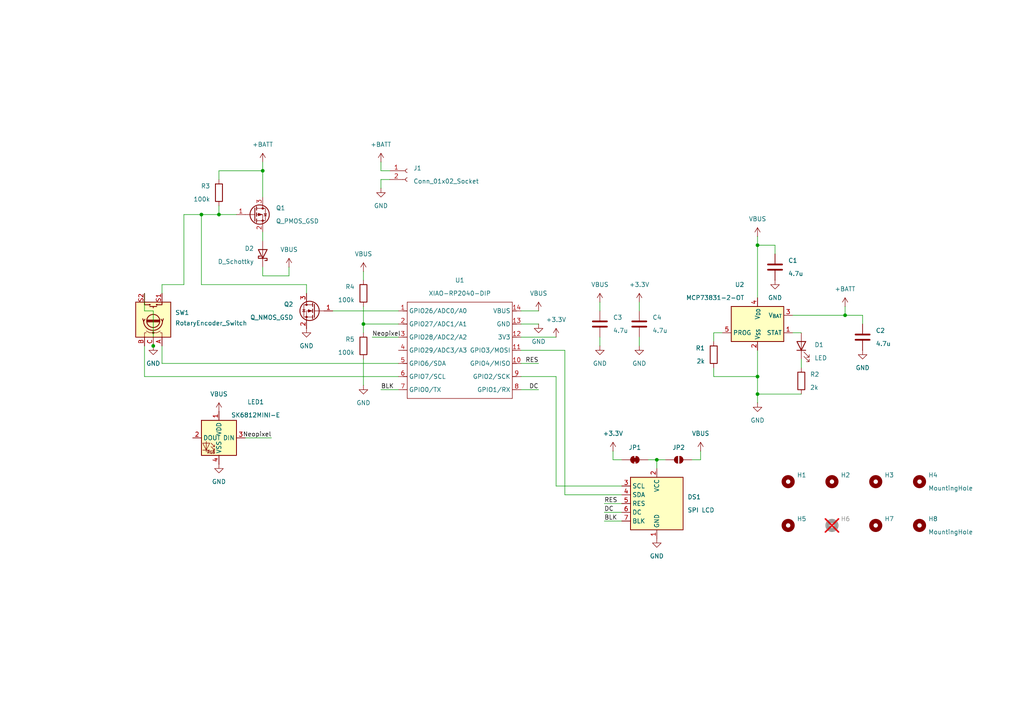
<source format=kicad_sch>
(kicad_sch (version 20250114) (generator "eeschema") (generator_version "9.0")
  (paper "A4")
  (lib_symbols
    (symbol "Battery_Management:MCP73831-2-OT"
      (property "Reference" "U" (at -7.62 6.35 0))
      (property "Value" "MCP73831-2-OT" (at 1.27 6.35 0))
      (symbol "MCP73831-2-OT_0_1"
        (rectangle (start -7.62 5.08) (end 7.62 -5.08) (stroke (width 0.254)) (fill (type background)))
      )
      (symbol "MCP73831-2-OT_1_1"
        (pin input line (at -10.16 -2.54 0) (length 2.54) (name "PROG") (number "5"))
        (pin power_in line (at 0 7.62 270) (length 2.54) (name "V_{DD}") (number "4"))
        (pin power_in line (at 0 -7.62 90) (length 2.54) (name "V_{SS}") (number "2"))
        (pin power_out line (at 10.16 2.54 180) (length 2.54) (name "V_{BAT}") (number "3"))
        (pin tri_state line (at 10.16 -2.54 180) (length 2.54) (name "STAT") (number "1"))
      )
    )
    (symbol "Connector:Conn_01x02_Socket" (pin_names (offset 1.016) (hide yes))
      (property "Reference" "J" (at 0 2.54 0))
      (property "Value" "Conn_01x02_Socket" (at 0 -5.08 0))
      (symbol "Conn_01x02_Socket_1_1"
        (polyline (pts (xy -1.27 0) (xy -0.508 0)) (stroke (width 0.1524)))
        (polyline (pts (xy -1.27 -2.54) (xy -0.508 -2.54)) (stroke (width 0.1524)))
        (arc (start 0 -0.508) (mid -0.5058 0) (end 0 0.508) (stroke (width 0.1524)))
        (arc (start 0 -3.048) (mid -0.5058 -2.54) (end 0 -2.032) (stroke (width 0.1524)))
        (pin passive line (at -5.08 0 0) (length 3.81) (name "Pin_1") (number "1"))
        (pin passive line (at -5.08 -2.54 0) (length 3.81) (name "Pin_2") (number "2"))
      )
    )
    (symbol "Device:C" (pin_numbers (hide yes)) (pin_names (offset 0.254))
      (property "Reference" "C" (at 0.635 2.54 0))
      (property "Value" "C" (at 0.635 -2.54 0))
      (symbol "C_0_1"
        (polyline (pts (xy -2.032 0.762) (xy 2.032 0.762)) (stroke (width 0.508)))
        (polyline (pts (xy -2.032 -0.762) (xy 2.032 -0.762)) (stroke (width 0.508)))
      )
      (symbol "C_1_1"
        (pin passive line (at 0 3.81 270) (length 2.794) (name "~") (number "1"))
        (pin passive line (at 0 -3.81 90) (length 2.794) (name "~") (number "2"))
      )
    )
    (symbol "Device:D_Schottky" (pin_numbers (hide yes)) (pin_names (offset 1.016) (hide yes))
      (property "Reference" "D" (at 0 2.54 0))
      (property "Value" "D_Schottky" (at 0 -2.54 0))
      (symbol "D_Schottky_0_1"
        (polyline (pts (xy -1.905 0.635) (xy -1.905 1.27) (xy -1.27 1.27) (xy -1.27 -1.27) (xy -0.635 -1.27) (xy -0.635 -0.635)) (stroke (width 0.254)))
        (polyline (pts (xy 1.27 1.27) (xy 1.27 -1.27) (xy -1.27 0) (xy 1.27 1.27)) (stroke (width 0.254)))
        (polyline (pts (xy 1.27 0) (xy -1.27 0)))
      )
      (symbol "D_Schottky_1_1"
        (pin passive line (at -3.81 0 0) (length 2.54) (name "K") (number "1"))
        (pin passive line (at 3.81 0 180) (length 2.54) (name "A") (number "2"))
      )
    )
    (symbol "Device:LED" (pin_numbers (hide yes)) (pin_names (offset 1.016) (hide yes))
      (property "Reference" "D" (at 0 2.54 0))
      (property "Value" "LED" (at 0 -2.54 0))
      (symbol "LED_0_1"
        (polyline (pts (xy -3.048 -0.762) (xy -4.572 -2.286) (xy -3.81 -2.286) (xy -4.572 -2.286) (xy -4.572 -1.524)))
        (polyline (pts (xy -1.778 -0.762) (xy -3.302 -2.286) (xy -2.54 -2.286) (xy -3.302 -2.286) (xy -3.302 -1.524)))
        (polyline (pts (xy -1.27 0) (xy 1.27 0)))
        (polyline (pts (xy -1.27 -1.27) (xy -1.27 1.27)) (stroke (width 0.254)))
        (polyline (pts (xy 1.27 -1.27) (xy 1.27 1.27) (xy -1.27 0) (xy 1.27 -1.27)) (stroke (width 0.254)))
      )
      (symbol "LED_1_1"
        (pin passive line (at -3.81 0 0) (length 2.54) (name "K") (number "1"))
        (pin passive line (at 3.81 0 180) (length 2.54) (name "A") (number "2"))
      )
    )
    (symbol "Device:R" (pin_numbers (hide yes)) (pin_names (offset 0))
      (property "Reference" "R" (at 2.032 0 90))
      (property "Value" "R" (at 0 0 90))
      (symbol "R_0_1"
        (rectangle (start -1.016 -2.54) (end 1.016 2.54) (stroke (width 0.254)))
      )
      (symbol "R_1_1"
        (pin passive line (at 0 3.81 270) (length 1.27) (name "~") (number "1"))
        (pin passive line (at 0 -3.81 90) (length 1.27) (name "~") (number "2"))
      )
    )
    (symbol "Device:RotaryEncoder_Switch" (pin_names (offset 0.254) (hide yes))
      (property "Reference" "SW" (at 0 6.604 0))
      (property "Value" "RotaryEncoder_Switch" (at 0 -6.604 0))
      (symbol "RotaryEncoder_Switch_0_1"
        (rectangle (start -5.08 5.08) (end 5.08 -5.08) (stroke (width 0.254)) (fill (type background)))
        (polyline (pts (xy -5.08 2.54) (xy -3.81 2.54) (xy -3.81 2.032)))
        (polyline (pts (xy -5.08 0) (xy -3.81 0) (xy -3.81 -1.016) (xy -3.302 -2.032)))
        (polyline (pts (xy -5.08 -2.54) (xy -3.81 -2.54) (xy -3.81 -2.032)))
        (polyline (pts (xy -4.318 0) (xy -3.81 0) (xy -3.81 1.016) (xy -3.302 2.032)))
        (circle (center -3.81 0) (radius 0.254) (fill (type outline)))
        (polyline (pts (xy -0.635 -1.778) (xy -0.635 1.778)) (stroke (width 0.254)))
        (circle (center -0.381 0) (radius 1.905) (stroke (width 0.254)))
        (polyline (pts (xy -0.381 -1.778) (xy -0.381 1.778)) (stroke (width 0.254)))
        (arc (start -0.381 -2.794) (mid -3.0988 -0.0635) (end -0.381 2.667) (stroke (width 0.254)))
        (polyline (pts (xy -0.127 1.778) (xy -0.127 -1.778)) (stroke (width 0.254)))
        (polyline (pts (xy 0.254 2.921) (xy -0.508 2.667) (xy 0.127 2.286)) (stroke (width 0.254)))
        (polyline (pts (xy 0.254 -3.048) (xy -0.508 -2.794) (xy 0.127 -2.413)) (stroke (width 0.254)))
        (polyline (pts (xy 3.81 1.016) (xy 3.81 -1.016)) (stroke (width 0.254)))
        (polyline (pts (xy 3.81 0) (xy 3.429 0)) (stroke (width 0.254)))
        (circle (center 4.318 1.016) (radius 0.127) (stroke (width 0.254)))
        (circle (center 4.318 -1.016) (radius 0.127) (stroke (width 0.254)))
        (polyline (pts (xy 5.08 2.54) (xy 4.318 2.54) (xy 4.318 1.016)) (stroke (width 0.254)))
        (polyline (pts (xy 5.08 -2.54) (xy 4.318 -2.54) (xy 4.318 -1.016)) (stroke (width 0.254)))
      )
      (symbol "RotaryEncoder_Switch_1_1"
        (pin passive line (at -7.62 2.54 0) (length 2.54) (name "A") (number "A"))
        (pin passive line (at -7.62 0 0) (length 2.54) (name "C") (number "C"))
        (pin passive line (at -7.62 -2.54 0) (length 2.54) (name "B") (number "B"))
        (pin passive line (at 7.62 2.54 180) (length 2.54) (name "S1") (number "S1"))
        (pin passive line (at 7.62 -2.54 180) (length 2.54) (name "S2") (number "S2"))
      )
    )
    (symbol "Jumper:SolderJumper_2_Bridged" (pin_numbers (hide yes)) (pin_names (offset 0) (hide yes)) (in_bom no)
      (property "Reference" "JP" (at 0 2.032 0))
      (property "Value" "SolderJumper_2_Bridged" (at 0 -2.54 0))
      (symbol "SolderJumper_2_Bridged_0_1"
        (rectangle (start -0.508 0.508) (end 0.508 -0.508) (fill (type outline)))
        (polyline (pts (xy -0.254 1.016) (xy -0.254 -1.016)))
        (arc (start -0.254 -1.016) (mid -1.2656 0) (end -0.254 1.016))
        (arc (start -0.254 -1.016) (mid -1.2656 0) (end -0.254 1.016) (fill (type outline)))
        (arc (start 0.254 1.016) (mid 1.2656 0) (end 0.254 -1.016))
        (arc (start 0.254 1.016) (mid 1.2656 0) (end 0.254 -1.016) (fill (type outline)))
        (polyline (pts (xy 0.254 1.016) (xy 0.254 -1.016)))
      )
      (symbol "SolderJumper_2_Bridged_1_1"
        (pin passive line (at -3.81 0 0) (length 2.54) (name "A") (number "1"))
        (pin passive line (at 3.81 0 180) (length 2.54) (name "B") (number "2"))
      )
    )
    (symbol "Jumper:SolderJumper_2_Open" (pin_numbers (hide yes)) (pin_names (offset 0) (hide yes)) (in_bom no)
      (property "Reference" "JP" (at 0 2.032 0))
      (property "Value" "SolderJumper_2_Open" (at 0 -2.54 0))
      (symbol "SolderJumper_2_Open_0_1"
        (polyline (pts (xy -0.254 1.016) (xy -0.254 -1.016)))
        (arc (start -0.254 -1.016) (mid -1.2656 0) (end -0.254 1.016))
        (arc (start -0.254 -1.016) (mid -1.2656 0) (end -0.254 1.016) (fill (type outline)))
        (arc (start 0.254 1.016) (mid 1.2656 0) (end 0.254 -1.016))
        (arc (start 0.254 1.016) (mid 1.2656 0) (end 0.254 -1.016) (fill (type outline)))
        (polyline (pts (xy 0.254 1.016) (xy 0.254 -1.016)))
      )
      (symbol "SolderJumper_2_Open_1_1"
        (pin passive line (at -3.81 0 0) (length 2.54) (name "A") (number "1"))
        (pin passive line (at 3.81 0 180) (length 2.54) (name "B") (number "2"))
      )
    )
    (symbol "Mechanical:MountingHole" (pin_names (offset 1.016)) (in_bom no)
      (property "Reference" "H" (at 0 5.08 0))
      (property "Value" "MountingHole" (at 0 3.175 0))
      (symbol "MountingHole_0_1"
        (circle (center 0 0) (radius 1.27) (stroke (width 1.27)))
      )
    )
    (symbol "PCM_marbastlib-various:SK6812MINI-E"
      (property "Reference" "LED" (at 2.54 6.35 0))
      (property "Value" "SK6812MINI-E" (at 7.62 -6.35 0))
      (symbol "SK6812MINI-E_0_0"
        (text "RGB" (at 2.286 -4.191 0) (effects (font (size 0.762 0.762))))
      )
      (symbol "SK6812MINI-E_0_1"
        (polyline (pts (xy 1.27 -2.54) (xy 1.778 -2.54)))
        (polyline (pts (xy 1.27 -3.556) (xy 1.778 -3.556)))
        (polyline (pts (xy 2.286 -1.524) (xy 1.27 -2.54) (xy 1.27 -2.032)))
        (polyline (pts (xy 2.286 -2.54) (xy 1.27 -3.556) (xy 1.27 -3.048)))
        (polyline (pts (xy 3.683 -1.016) (xy 3.683 -3.556) (xy 3.683 -4.064)))
        (polyline (pts (xy 4.699 -1.524) (xy 2.667 -1.524) (xy 3.683 -3.556) (xy 4.699 -1.524)))
        (polyline (pts (xy 4.699 -3.556) (xy 2.667 -3.556)))
        (rectangle (start 5.08 5.08) (end -5.08 -5.08) (stroke (width 0.254)) (fill (type background)))
      )
      (symbol "SK6812MINI-E_1_1"
        (pin input line (at -7.62 0 0) (length 2.54) (name "DIN") (number "3"))
        (pin power_in line (at 0 7.62 270) (length 2.54) (name "VDD") (number "1"))
        (pin power_in line (at 0 -7.62 90) (length 2.54) (name "VSS") (number "4"))
        (pin output line (at 7.62 0 180) (length 2.54) (name "DOUT") (number "2"))
      )
    )
    (symbol "Seeed_Studio_XIAO_Series:XIAO-RP2040-DIP"
      (property "Reference" "U" (at 0 0 0))
      (property "Value" "XIAO-RP2040-DIP" (at 5.334 -1.778 0))
      (symbol "XIAO-RP2040-DIP_1_0"
        (polyline (pts (xy -1.27 -2.54) (xy 29.21 -2.54)) (stroke (width 0.1524)))
        (polyline (pts (xy -1.27 -5.08) (xy -2.54 -5.08)) (stroke (width 0.1524)))
        (polyline (pts (xy -1.27 -5.08) (xy -1.27 -2.54)) (stroke (width 0.1524)))
        (polyline (pts (xy -1.27 -8.89) (xy -2.54 -8.89)) (stroke (width 0.1524)))
        (polyline (pts (xy -1.27 -8.89) (xy -1.27 -5.08)) (stroke (width 0.1524)))
        (polyline (pts (xy -1.27 -12.7) (xy -2.54 -12.7)) (stroke (width 0.1524)))
        (polyline (pts (xy -1.27 -12.7) (xy -1.27 -8.89)) (stroke (width 0.1524)))
        (polyline (pts (xy -1.27 -16.51) (xy -2.54 -16.51)) (stroke (width 0.1524)))
        (polyline (pts (xy -1.27 -16.51) (xy -1.27 -12.7)) (stroke (width 0.1524)))
        (polyline (pts (xy -1.27 -20.32) (xy -2.54 -20.32)) (stroke (width 0.1524)))
        (polyline (pts (xy -1.27 -24.13) (xy -2.54 -24.13)) (stroke (width 0.1524)))
        (polyline (pts (xy -1.27 -27.94) (xy -2.54 -27.94)) (stroke (width 0.1524)))
        (polyline (pts (xy -1.27 -30.48) (xy -1.27 -16.51)) (stroke (width 0.1524)))
        (polyline (pts (xy 29.21 -2.54) (xy 29.21 -5.08)) (stroke (width 0.1524)))
        (polyline (pts (xy 29.21 -5.08) (xy 29.21 -8.89)) (stroke (width 0.1524)))
        (polyline (pts (xy 29.21 -8.89) (xy 29.21 -12.7)) (stroke (width 0.1524)))
        (polyline (pts (xy 29.21 -12.7) (xy 29.21 -30.48)) (stroke (width 0.1524)))
        (polyline (pts (xy 29.21 -30.48) (xy -1.27 -30.48)) (stroke (width 0.1524)))
        (polyline (pts (xy 30.48 -5.08) (xy 29.21 -5.08)) (stroke (width 0.1524)))
        (polyline (pts (xy 30.48 -8.89) (xy 29.21 -8.89)) (stroke (width 0.1524)))
        (polyline (pts (xy 30.48 -12.7) (xy 29.21 -12.7)) (stroke (width 0.1524)))
        (polyline (pts (xy 30.48 -16.51) (xy 29.21 -16.51)) (stroke (width 0.1524)))
        (polyline (pts (xy 30.48 -20.32) (xy 29.21 -20.32)) (stroke (width 0.1524)))
        (polyline (pts (xy 30.48 -24.13) (xy 29.21 -24.13)) (stroke (width 0.1524)))
        (polyline (pts (xy 30.48 -27.94) (xy 29.21 -27.94)) (stroke (width 0.1524)))
        (pin passive line (at -3.81 -5.08 0) (length 2.54) (name "GPIO26/ADC0/A0") (number "1"))
        (pin passive line (at -3.81 -8.89 0) (length 2.54) (name "GPIO27/ADC1/A1") (number "2"))
        (pin passive line (at -3.81 -12.7 0) (length 2.54) (name "GPIO28/ADC2/A2") (number "3"))
        (pin passive line (at -3.81 -16.51 0) (length 2.54) (name "GPIO29/ADC3/A3") (number "4"))
        (pin passive line (at -3.81 -20.32 0) (length 2.54) (name "GPIO6/SDA") (number "5"))
        (pin passive line (at -3.81 -24.13 0) (length 2.54) (name "GPIO7/SCL") (number "6"))
        (pin passive line (at -3.81 -27.94 0) (length 2.54) (name "GPIO0/TX") (number "7"))
        (pin passive line (at 31.75 -5.08 180) (length 2.54) (name "VBUS") (number "14"))
        (pin passive line (at 31.75 -8.89 180) (length 2.54) (name "GND") (number "13"))
        (pin passive line (at 31.75 -12.7 180) (length 2.54) (name "3V3") (number "12"))
        (pin passive line (at 31.75 -16.51 180) (length 2.54) (name "GPIO3/MOSI") (number "11"))
        (pin passive line (at 31.75 -20.32 180) (length 2.54) (name "GPIO4/MISO") (number "10"))
        (pin passive line (at 31.75 -24.13 180) (length 2.54) (name "GPIO2/SCK") (number "9"))
        (pin passive line (at 31.75 -27.94 180) (length 2.54) (name "GPIO1/RX") (number "8"))
      )
    )
    (symbol "Transistor_FET:Q_NMOS_GSD" (pin_names (offset 0) (hide yes))
      (property "Reference" "Q" (at 5.08 1.905 0))
      (property "Value" "Q_NMOS_GSD" (at 5.08 0 0))
      (symbol "Q_NMOS_GSD_0_1"
        (polyline (pts (xy 0.254 1.905) (xy 0.254 -1.905)) (stroke (width 0.254)))
        (polyline (pts (xy 0.254 0) (xy -2.54 0)))
        (polyline (pts (xy 0.762 2.286) (xy 0.762 1.27)) (stroke (width 0.254)))
        (polyline (pts (xy 0.762 0.508) (xy 0.762 -0.508)) (stroke (width 0.254)))
        (polyline (pts (xy 0.762 -1.27) (xy 0.762 -2.286)) (stroke (width 0.254)))
        (polyline (pts (xy 0.762 -1.778) (xy 3.302 -1.778) (xy 3.302 1.778) (xy 0.762 1.778)))
        (polyline (pts (xy 1.016 0) (xy 2.032 0.381) (xy 2.032 -0.381) (xy 1.016 0)) (fill (type outline)))
        (circle (center 1.651 0) (radius 2.794) (stroke (width 0.254)))
        (polyline (pts (xy 2.54 2.54) (xy 2.54 1.778)))
        (circle (center 2.54 1.778) (radius 0.254) (fill (type outline)))
        (circle (center 2.54 -1.778) (radius 0.254) (fill (type outline)))
        (polyline (pts (xy 2.54 -2.54) (xy 2.54 0) (xy 0.762 0)))
        (polyline (pts (xy 2.921 0.381) (xy 3.683 0.381)))
        (polyline (pts (xy 3.302 0.381) (xy 2.921 -0.254) (xy 3.683 -0.254) (xy 3.302 0.381)))
      )
      (symbol "Q_NMOS_GSD_1_1"
        (pin input line (at -5.08 0 0) (length 2.54) (name "G") (number "1"))
        (pin passive line (at 2.54 5.08 270) (length 2.54) (name "D") (number "3"))
        (pin passive line (at 2.54 -5.08 90) (length 2.54) (name "S") (number "2"))
      )
    )
    (symbol "Transistor_FET:Q_PMOS_GSD" (pin_names (offset 0) (hide yes))
      (property "Reference" "Q" (at 5.08 1.905 0))
      (property "Value" "Q_PMOS_GSD" (at 5.08 0 0))
      (symbol "Q_PMOS_GSD_0_1"
        (polyline (pts (xy 0.254 1.905) (xy 0.254 -1.905)) (stroke (width 0.254)))
        (polyline (pts (xy 0.254 0) (xy -2.54 0)))
        (polyline (pts (xy 0.762 2.286) (xy 0.762 1.27)) (stroke (width 0.254)))
        (polyline (pts (xy 0.762 1.778) (xy 3.302 1.778) (xy 3.302 -1.778) (xy 0.762 -1.778)))
        (polyline (pts (xy 0.762 0.508) (xy 0.762 -0.508)) (stroke (width 0.254)))
        (polyline (pts (xy 0.762 -1.27) (xy 0.762 -2.286)) (stroke (width 0.254)))
        (circle (center 1.651 0) (radius 2.794) (stroke (width 0.254)))
        (polyline (pts (xy 2.286 0) (xy 1.27 0.381) (xy 1.27 -0.381) (xy 2.286 0)) (fill (type outline)))
        (polyline (pts (xy 2.54 2.54) (xy 2.54 1.778)))
        (circle (center 2.54 1.778) (radius 0.254) (fill (type outline)))
        (circle (center 2.54 -1.778) (radius 0.254) (fill (type outline)))
        (polyline (pts (xy 2.54 -2.54) (xy 2.54 0) (xy 0.762 0)))
        (polyline (pts (xy 2.921 -0.381) (xy 3.683 -0.381)))
        (polyline (pts (xy 3.302 -0.381) (xy 2.921 0.254) (xy 3.683 0.254) (xy 3.302 -0.381)))
      )
      (symbol "Q_PMOS_GSD_1_1"
        (pin input line (at -5.08 0 0) (length 2.54) (name "G") (number "1"))
        (pin passive line (at 2.54 5.08 270) (length 2.54) (name "D") (number "3"))
        (pin passive line (at 2.54 -5.08 90) (length 2.54) (name "S") (number "2"))
      )
    )
    (symbol "misc:SPI IPS"
      (property "Reference" "DS" (at -10.16 38.1 0))
      (property "Value" "SPI LCD" (at 12.7 38.1 0))
      (symbol "SPI IPS_0_1"
        (rectangle (start -7.62 7.62) (end 7.62 -7.62) (stroke (width 0.254)) (fill (type background)))
      )
      (symbol "SPI IPS_1_1"
        (pin passive line (at -10.16 5.08 0) (length 2.54) (name "SCL") (number "3"))
        (pin passive line (at -10.16 2.54 0) (length 2.54) (name "SDA") (number "4"))
        (pin passive line (at -10.16 0 0) (length 2.54) (name "RES") (number "5"))
        (pin input line (at -10.16 -2.54 0) (length 2.54) (name "DC") (number "6"))
        (pin input line (at -10.16 -5.08 0) (length 2.54) (name "BLK") (number "7"))
        (pin power_in line (at 0 10.16 270) (length 2.54) (name "VCC") (number "2"))
        (pin power_in line (at 0 -10.16 90) (length 2.54) (name "GND") (number "1"))
        (pin no_connect line (at 10.16 0 180) (length 2.54) (hide yes) (name "NC") (number "7"))
      )
    )
    (symbol "power:+3.3V" (power) (pin_numbers (hide yes)) (pin_names (offset 0) (hide yes))
      (property "Value" "+3.3V" (at 0 3.556 0))
      (symbol "+3.3V_0_1"
        (polyline (pts (xy -0.762 1.27) (xy 0 2.54)))
        (polyline (pts (xy 0 2.54) (xy 0.762 1.27)))
        (polyline (pts (xy 0 0) (xy 0 2.54)))
      )
      (symbol "+3.3V_1_1"
        (pin power_in line (at 0 0 90) (length 0) (name "~") (number "1"))
      )
    )
    (symbol "power:+BATT" (power) (pin_numbers (hide yes)) (pin_names (offset 0) (hide yes))
      (property "Value" "+BATT" (at 0 3.556 0))
      (symbol "+BATT_0_1"
        (polyline (pts (xy -0.762 1.27) (xy 0 2.54)))
        (polyline (pts (xy 0 2.54) (xy 0.762 1.27)))
        (polyline (pts (xy 0 0) (xy 0 2.54)))
      )
      (symbol "+BATT_1_1"
        (pin power_in line (at 0 0 90) (length 0) (name "~") (number "1"))
      )
    )
    (symbol "power:GND" (power) (pin_numbers (hide yes)) (pin_names (offset 0) (hide yes))
      (property "Value" "GND" (at 0 -3.81 0))
      (symbol "GND_0_1"
        (polyline (pts (xy 0 0) (xy 0 -1.27) (xy 1.27 -1.27) (xy 0 -2.54) (xy -1.27 -1.27) (xy 0 -1.27)))
      )
      (symbol "GND_1_1"
        (pin power_in line (at 0 0 270) (length 0) (name "~") (number "1"))
      )
    )
    (symbol "power:VBUS" (power) (pin_numbers (hide yes)) (pin_names (offset 0) (hide yes))
      (property "Value" "VBUS" (at 0 3.556 0))
      (symbol "VBUS_0_1"
        (polyline (pts (xy -0.762 1.27) (xy 0 2.54)))
        (polyline (pts (xy 0 2.54) (xy 0.762 1.27)))
        (polyline (pts (xy 0 0) (xy 0 2.54)))
      )
      (symbol "VBUS_1_1"
        (pin power_in line (at 0 0 90) (length 0) (name "~") (number "1"))
      )
    )
  )
  (junction (at 63.5 62.23))
  (junction (at 190.5 133.35))
  (junction (at 219.71 109.22))
  (junction (at 219.71 71.12))
  (junction (at 76.2 49.53))
  (junction (at 245.11 91.44))
  (junction (at 44.45 100.33))
  (junction (at 219.71 114.3))
  (junction (at 58.42 62.23))
  (junction (at 105.41 93.98))
  (wire (pts (xy 78.74 127) (xy 71.12 127)))
  (wire (pts (xy 163.83 101.6) (xy 163.83 143.51)))
  (wire (pts (xy 219.71 68.58) (xy 219.71 71.12)))
  (wire (pts (xy 219.71 114.3) (xy 219.71 109.22)))
  (wire (pts (xy 110.49 113.03) (xy 115.57 113.03)))
  (wire (pts (xy 229.87 91.44) (xy 245.11 91.44)))
  (wire (pts (xy 232.41 104.14) (xy 232.41 106.68)))
  (wire (pts (xy 151.13 97.79) (xy 161.29 97.79)))
  (wire (pts (xy 46.99 105.41) (xy 115.57 105.41)))
  (wire (pts (xy 187.96 133.35) (xy 190.5 133.35)))
  (wire (pts (xy 105.41 96.52) (xy 105.41 93.98)))
  (wire (pts (xy 203.2 133.35) (xy 200.66 133.35)))
  (wire (pts (xy 207.01 109.22) (xy 219.71 109.22)))
  (wire (pts (xy 76.2 80.01) (xy 83.82 80.01)))
  (wire (pts (xy 110.49 54.61) (xy 110.49 52.07)))
  (wire (pts (xy 151.13 101.6) (xy 163.83 101.6)))
  (wire (pts (xy 105.41 78.74) (xy 105.41 81.28)))
  (wire (pts (xy 41.91 90.17) (xy 44.45 90.17)))
  (wire (pts (xy 105.41 93.98) (xy 115.57 93.98)))
  (wire (pts (xy 107.95 97.79) (xy 115.57 97.79)))
  (wire (pts (xy 185.42 97.79) (xy 185.42 100.33)))
  (wire (pts (xy 110.49 46.99) (xy 110.49 49.53)))
  (wire (pts (xy 190.5 133.35) (xy 190.5 135.89)))
  (wire (pts (xy 203.2 130.81) (xy 203.2 133.35)))
  (wire (pts (xy 76.2 67.31) (xy 76.2 69.85)))
  (wire (pts (xy 185.42 87.63) (xy 185.42 90.17)))
  (wire (pts (xy 219.71 71.12) (xy 219.71 86.36)))
  (wire (pts (xy 96.52 90.17) (xy 115.57 90.17)))
  (wire (pts (xy 156.21 113.03) (xy 151.13 113.03)))
  (wire (pts (xy 193.04 133.35) (xy 190.5 133.35)))
  (wire (pts (xy 58.42 82.55) (xy 88.9 82.55)))
  (wire (pts (xy 46.99 82.55) (xy 46.99 85.09)))
  (wire (pts (xy 76.2 49.53) (xy 76.2 57.15)))
  (wire (pts (xy 229.87 96.52) (xy 232.41 96.52)))
  (wire (pts (xy 156.21 90.17) (xy 151.13 90.17)))
  (wire (pts (xy 177.8 133.35) (xy 177.8 130.81)))
  (wire (pts (xy 53.34 62.23) (xy 58.42 62.23)))
  (wire (pts (xy 88.9 82.55) (xy 88.9 85.09)))
  (wire (pts (xy 63.5 59.69) (xy 63.5 62.23)))
  (wire (pts (xy 175.26 146.05) (xy 180.34 146.05)))
  (wire (pts (xy 110.49 52.07) (xy 113.03 52.07)))
  (wire (pts (xy 180.34 133.35) (xy 177.8 133.35)))
  (wire (pts (xy 41.91 109.22) (xy 115.57 109.22)))
  (wire (pts (xy 63.5 49.53) (xy 63.5 52.07)))
  (wire (pts (xy 219.71 101.6) (xy 219.71 109.22)))
  (wire (pts (xy 224.79 71.12) (xy 224.79 73.66)))
  (wire (pts (xy 63.5 62.23) (xy 68.58 62.23)))
  (wire (pts (xy 58.42 62.23) (xy 58.42 82.55)))
  (wire (pts (xy 41.91 85.09) (xy 41.91 90.17)))
  (wire (pts (xy 245.11 91.44) (xy 250.19 91.44)))
  (wire (pts (xy 46.99 82.55) (xy 53.34 82.55)))
  (wire (pts (xy 173.99 87.63) (xy 173.99 90.17)))
  (wire (pts (xy 76.2 77.47) (xy 76.2 80.01)))
  (wire (pts (xy 76.2 46.99) (xy 76.2 49.53)))
  (wire (pts (xy 245.11 88.9) (xy 245.11 91.44)))
  (wire (pts (xy 161.29 109.22) (xy 151.13 109.22)))
  (wire (pts (xy 207.01 96.52) (xy 209.55 96.52)))
  (wire (pts (xy 250.19 91.44) (xy 250.19 93.98)))
  (wire (pts (xy 219.71 71.12) (xy 224.79 71.12)))
  (wire (pts (xy 163.83 143.51) (xy 180.34 143.51)))
  (wire (pts (xy 173.99 97.79) (xy 173.99 100.33)))
  (wire (pts (xy 53.34 82.55) (xy 53.34 62.23)))
  (wire (pts (xy 151.13 93.98) (xy 156.21 93.98)))
  (wire (pts (xy 180.34 140.97) (xy 161.29 140.97)))
  (wire (pts (xy 63.5 49.53) (xy 76.2 49.53)))
  (wire (pts (xy 219.71 116.84) (xy 219.71 114.3)))
  (wire (pts (xy 161.29 140.97) (xy 161.29 109.22)))
  (wire (pts (xy 44.45 90.17) (xy 44.45 100.33)))
  (wire (pts (xy 58.42 62.23) (xy 63.5 62.23)))
  (wire (pts (xy 175.26 151.13) (xy 180.34 151.13)))
  (wire (pts (xy 83.82 77.47) (xy 83.82 80.01)))
  (wire (pts (xy 110.49 49.53) (xy 113.03 49.53)))
  (wire (pts (xy 207.01 109.22) (xy 207.01 106.68)))
  (wire (pts (xy 105.41 104.14) (xy 105.41 111.76)))
  (wire (pts (xy 46.99 100.33) (xy 46.99 105.41)))
  (wire (pts (xy 219.71 114.3) (xy 232.41 114.3)))
  (wire (pts (xy 105.41 88.9) (xy 105.41 93.98)))
  (wire (pts (xy 156.21 105.41) (xy 151.13 105.41)))
  (wire (pts (xy 175.26 148.59) (xy 180.34 148.59)))
  (wire (pts (xy 207.01 96.52) (xy 207.01 99.06)))
  (wire (pts (xy 41.91 109.22) (xy 41.91 100.33)))
  (label "DC" (at 156.21 113.03 180))
  (label "BLK" (at 110.49 113.03 0))
  (label "Neopixel" (at 78.74 127 180))
  (label "Neopixel" (at 107.95 97.79 0))
  (label "RES" (at 175.26 146.05 0))
  (label "BLK" (at 175.26 151.13 0))
  (label "RES" (at 156.21 105.41 180))
  (label "DC" (at 175.26 148.59 0))
  (symbol (lib_id "power:GND") (at 173.99 100.33 0) (unit 1)
    (property "Reference" "#PWR018" (effects (hide yes)))
    (property "Value" "GND" (at 173.99 105.41 0))
    (property "Description" "Power symbol creates a global label with name \"GND\" , ground" (effects (hide yes)))
  )
  (symbol (lib_id "power:GND") (at 185.42 100.33 0) (unit 1)
    (property "Reference" "#PWR020" (effects (hide yes)))
    (property "Value" "GND" (at 185.42 105.41 0))
    (property "Description" "Power symbol creates a global label with name \"GND\" , ground" (effects (hide yes)))
  )
  (symbol (lib_id "power:VBUS") (at 105.41 78.74 0) (unit 1)
    (property "Reference" "#PWR023" (effects (hide yes)))
    (property "Value" "VBUS" (at 105.41 73.66 0))
    (property "Description" "Power symbol creates a global label with name \"VBUS\"" (effects (hide yes)))
  )
  (symbol (lib_id "Mechanical:MountingHole") (at 241.3 139.7 0) (unit 1) (in_bom no)
    (property "Reference" "H2" (at 243.84 137.7949 0) (effects (justify left)))
    (property "Value" "MountingHole" (effects (hide yes)))
    (property "Footprint" "MountingHole:MountingHole_3.2mm_M3_Pad" (effects (hide yes)))
    (property "Description" "Mounting Hole without connection" (effects (hide yes)))
  )
  (symbol (lib_id "PCM_marbastlib-various:SK6812MINI-E") (at 63.5 127 0) (mirror y) (unit 1)
    (property "Reference" "LED1" (at 74.168 116.586 0))
    (property "Value" "SK6812MINI-E" (at 74.168 120.396 0))
    (property "Footprint" "PCM_marbastlib-various:LED_6028R" (effects (hide yes)))
    (property "Description" "Reverse mount adressable LED (WS2812 protocol)" (effects (hide yes)))
  )
  (symbol (lib_id "power:+BATT") (at 245.11 88.9 0) (unit 1)
    (property "Reference" "#PWR05" (effects (hide yes)))
    (property "Value" "+BATT" (at 245.11 83.82 0))
    (property "Description" "Power symbol creates a global label with name \"+BATT\"" (effects (hide yes)))
  )
  (symbol (lib_id "power:+3.3V") (at 185.42 87.63 0) (unit 1)
    (property "Reference" "#PWR019" (effects (hide yes)))
    (property "Value" "+3.3V" (at 185.42 82.55 0))
    (property "Description" "Power symbol creates a global label with name \"+3.3V\"" (effects (hide yes)))
  )
  (symbol (lib_id "Mechanical:MountingHole") (at 228.6 139.7 0) (unit 1) (in_bom no)
    (property "Reference" "H1" (at 231.14 137.7949 0) (effects (justify left)))
    (property "Value" "MountingHole" (effects (hide yes)))
    (property "Footprint" "MountingHole:MountingHole_3.2mm_M3_Pad" (effects (hide yes)))
    (property "Description" "Mounting Hole without connection" (effects (hide yes)))
  )
  (symbol (lib_id "power:GND") (at 156.21 93.98 0) (unit 1)
    (property "Reference" "#PWR03" (effects (hide yes)))
    (property "Value" "GND" (at 156.21 99.06 0))
    (property "Description" "Power symbol creates a global label with name \"GND\" , ground" (effects (hide yes)))
  )
  (symbol (lib_id "Mechanical:MountingHole") (at 254 152.4 0) (unit 1) (in_bom no)
    (property "Reference" "H7" (at 256.54 150.4949 0) (effects (justify left)))
    (property "Value" "MountingHole" (effects (hide yes)))
    (property "Footprint" "MountingHole:MountingHole_2.2mm_M2_Pad" (effects (hide yes)))
    (property "Description" "Mounting Hole without connection" (effects (hide yes)))
  )
  (symbol (lib_id "power:VBUS") (at 173.99 87.63 0) (unit 1)
    (property "Reference" "#PWR017" (effects (hide yes)))
    (property "Value" "VBUS" (at 173.99 82.55 0))
    (property "Description" "Power symbol creates a global label with name \"VBUS\"" (effects (hide yes)))
  )
  (symbol (lib_id "power:VBUS") (at 203.2 130.81 0) (unit 1)
    (property "Reference" "#PWR09" (effects (hide yes)))
    (property "Value" "VBUS" (at 203.2 125.73 0))
    (property "Description" "Power symbol creates a global label with name \"VBUS\"" (effects (hide yes)))
  )
  (symbol (lib_id "power:VBUS") (at 63.5 119.38 0) (unit 1)
    (property "Reference" "#PWR024" (effects (hide yes)))
    (property "Value" "VBUS" (at 63.5 114.3 0))
    (property "Description" "Power symbol creates a global label with name \"VBUS\"" (effects (hide yes)))
  )
  (symbol (lib_id "Device:C") (at 185.42 93.98 0) (unit 1)
    (property "Reference" "C4" (at 189.23 92.0749 0) (effects (justify left)))
    (property "Value" "4.7u" (at 189.23 95.8849 0) (effects (justify left)))
    (property "Footprint" "Capacitor_SMD:C_0603_1608Metric" (effects (hide yes)))
    (property "Description" "Unpolarized capacitor" (effects (hide yes)))
  )
  (symbol (lib_id "Device:C") (at 173.99 93.98 0) (unit 1)
    (property "Reference" "C3" (at 177.8 92.0749 0) (effects (justify left)))
    (property "Value" "4.7u" (at 177.8 95.8849 0) (effects (justify left)))
    (property "Footprint" "Capacitor_SMD:C_0603_1608Metric" (effects (hide yes)))
    (property "Description" "Unpolarized capacitor" (effects (hide yes)))
  )
  (symbol (lib_id "Mechanical:MountingHole") (at 266.7 139.7 0) (unit 1) (in_bom no)
    (property "Reference" "H4" (at 269.24 137.7949 0) (effects (justify left)))
    (property "Value" "MountingHole" (at 269.24 141.6049 0) (effects (justify left)))
    (property "Footprint" "MountingHole:MountingHole_3.2mm_M3_Pad" (effects (hide yes)))
    (property "Description" "Mounting Hole without connection" (effects (hide yes)))
  )
  (symbol (lib_id "power:VBUS") (at 156.21 90.17 0) (unit 1)
    (property "Reference" "#PWR02" (effects (hide yes)))
    (property "Value" "VBUS" (at 156.21 85.09 0))
    (property "Description" "Power symbol creates a global label with name \"VBUS\"" (effects (hide yes)))
  )
  (symbol (lib_id "Device:R") (at 105.41 100.33 0) (mirror y) (unit 1)
    (property "Reference" "R5" (at 102.87 98.4249 0) (effects (justify left)))
    (property "Value" "100k" (at 102.87 102.2349 0) (effects (justify left)))
    (property "Footprint" "Resistor_SMD:R_0402_1005Metric" (effects (hide yes)))
    (property "Description" "Resistor" (effects (hide yes)))
  )
  (symbol (lib_id "Device:C") (at 250.19 97.79 0) (unit 1)
    (property "Reference" "C2" (at 254 95.8849 0) (effects (justify left)))
    (property "Value" "4.7u" (at 254 99.6949 0) (effects (justify left)))
    (property "Footprint" "Capacitor_SMD:C_0603_1608Metric" (effects (hide yes)))
    (property "Description" "Unpolarized capacitor" (effects (hide yes)))
  )
  (symbol (lib_id "power:GND") (at 44.45 100.33 0) (unit 1)
    (property "Reference" "#PWR012" (effects (hide yes)))
    (property "Value" "GND" (at 44.45 105.41 0))
    (property "Description" "Power symbol creates a global label with name \"GND\" , ground" (effects (hide yes)))
  )
  (symbol (lib_id "power:VBUS") (at 219.71 68.58 0) (mirror y) (unit 1)
    (property "Reference" "#PWR04" (effects (hide yes)))
    (property "Value" "VBUS" (at 219.71 63.5 0))
    (property "Description" "Power symbol creates a global label with name \"VBUS\"" (effects (hide yes)))
  )
  (symbol (lib_id "Device:R") (at 63.5 55.88 0) (mirror y) (unit 1)
    (property "Reference" "R3" (at 60.96 53.9749 0) (effects (justify left)))
    (property "Value" "100k" (at 60.96 57.7849 0) (effects (justify left)))
    (property "Footprint" "Resistor_SMD:R_0402_1005Metric" (effects (hide yes)))
    (property "Description" "Resistor" (effects (hide yes)))
  )
  (symbol (lib_id "power:GND") (at 250.19 101.6 0) (unit 1)
    (property "Reference" "#PWR014" (effects (hide yes)))
    (property "Value" "GND" (at 250.19 106.68 0))
    (property "Description" "Power symbol creates a global label with name \"GND\" , ground" (effects (hide yes)))
  )
  (symbol (lib_id "power:+3.3V") (at 161.29 97.79 0) (unit 1)
    (property "Reference" "#PWR08" (effects (hide yes)))
    (property "Value" "+3.3V" (at 161.29 92.71 0))
    (property "Description" "Power symbol creates a global label with name \"+3.3V\"" (effects (hide yes)))
  )
  (symbol (lib_id "power:+BATT") (at 76.2 46.99 0) (unit 1)
    (property "Reference" "#PWR015" (effects (hide yes)))
    (property "Value" "+BATT" (at 76.2 41.91 0))
    (property "Description" "Power symbol creates a global label with name \"+BATT\"" (effects (hide yes)))
  )
  (symbol (lib_id "Mechanical:MountingHole") (at 254 139.7 0) (unit 1) (in_bom no)
    (property "Reference" "H3" (at 256.54 137.7949 0) (effects (justify left)))
    (property "Value" "MountingHole" (effects (hide yes)))
    (property "Footprint" "MountingHole:MountingHole_3.2mm_M3_Pad" (effects (hide yes)))
    (property "Description" "Mounting Hole without connection" (effects (hide yes)))
  )
  (symbol (lib_id "power:GND") (at 110.49 54.61 0) (unit 1)
    (property "Reference" "#PWR07" (effects (hide yes)))
    (property "Value" "GND" (at 110.49 59.69 0))
    (property "Description" "Power symbol creates a global label with name \"GND\" , ground" (effects (hide yes)))
  )
  (symbol (lib_id "Connector:Conn_01x02_Socket") (at 118.11 49.53 0) (unit 1)
    (property "Reference" "J1" (at 119.888 48.768 0) (effects (justify left)))
    (property "Value" "Conn_01x02_Socket" (at 119.888 52.578 0) (effects (justify left)))
    (property "Footprint" "Connector_JST:JST_PH_S2B-PH-K_1x02_P2.00mm_Horizontal" (effects (hide yes)))
    (property "Description" "Generic connector, single row, 01x02, script generated" (effects (hide yes)))
  )
  (symbol (lib_id "Jumper:SolderJumper_2_Bridged") (at 184.15 133.35 0) (unit 1) (in_bom no)
    (property "Reference" "JP1" (at 184.15 129.794 0))
    (property "Value" "SolderJumper_2_Bridged" (effects (hide yes)))
    (property "Footprint" "Jumper:SolderJumper-2_P1.3mm_Bridged_RoundedPad1.0x1.5mm" (effects (hide yes)))
    (property "Description" "Solder Jumper, 2-pole, closed/bridged" (effects (hide yes)))
  )
  (symbol (lib_id "power:GND") (at 63.5 134.62 0) (unit 1)
    (property "Reference" "#PWR025" (effects (hide yes)))
    (property "Value" "GND" (at 63.5 139.7 0))
    (property "Description" "Power symbol creates a global label with name \"GND\" , ground" (effects (hide yes)))
  )
  (symbol (lib_id "power:GND") (at 105.41 111.76 0) (unit 1)
    (property "Reference" "#PWR022" (effects (hide yes)))
    (property "Value" "GND" (at 105.41 116.84 0))
    (property "Description" "Power symbol creates a global label with name \"GND\" , ground" (effects (hide yes)))
  )
  (symbol (lib_id "Transistor_FET:Q_NMOS_GSD") (at 91.44 90.17 0) (mirror y) (unit 1)
    (property "Reference" "Q2" (at 85.09 88.2649 0) (effects (justify left)))
    (property "Value" "Q_NMOS_GSD" (at 85.09 92.0749 0) (effects (justify left)))
    (property "Footprint" "Package_TO_SOT_SMD:SOT-23" (effects (hide yes)))
    (property "Description" "N-MOSFET transistor, gate/source/drain" (effects (hide yes)))
  )
  (symbol (lib_id "power:VBUS") (at 83.82 77.47 0) (unit 1)
    (property "Reference" "#PWR016" (effects (hide yes)))
    (property "Value" "VBUS" (at 83.82 72.39 0))
    (property "Description" "Power symbol creates a global label with name \"VBUS\"" (effects (hide yes)))
  )
  (symbol (lib_id "Transistor_FET:Q_PMOS_GSD") (at 73.66 62.23 0) (unit 1)
    (property "Reference" "Q1" (at 80.01 60.3249 0) (effects (justify left)))
    (property "Value" "Q_PMOS_GSD" (at 80.01 64.1349 0) (effects (justify left)))
    (property "Footprint" "Package_TO_SOT_SMD:SOT-23" (effects (hide yes)))
    (property "Description" "P-MOSFET transistor, gate/source/drain" (effects (hide yes)))
  )
  (symbol (lib_id "Device:R") (at 207.01 102.87 0) (unit 1)
    (property "Reference" "R1" (at 204.47 100.9649 0) (effects (justify right)))
    (property "Value" "2k" (at 204.47 104.7749 0) (effects (justify right)))
    (property "Footprint" "Resistor_SMD:R_0402_1005Metric" (effects (hide yes)))
    (property "Description" "Resistor" (effects (hide yes)))
  )
  (symbol (lib_id "power:GND") (at 88.9 95.25 0) (unit 1)
    (property "Reference" "#PWR013" (effects (hide yes)))
    (property "Value" "GND" (at 88.9 100.33 0))
    (property "Description" "Power symbol creates a global label with name \"GND\" , ground" (effects (hide yes)))
  )
  (symbol (lib_id "power:+3.3V") (at 177.8 130.81 0) (unit 1)
    (property "Reference" "#PWR010" (effects (hide yes)))
    (property "Value" "+3.3V" (at 177.8 125.73 0))
    (property "Description" "Power symbol creates a global label with name \"+3.3V\"" (effects (hide yes)))
  )
  (symbol (lib_id "Device:LED") (at 232.41 100.33 90) (unit 1)
    (property "Reference" "D1" (at 236.22 100.0124 90) (effects (justify right)))
    (property "Value" "LED" (at 236.22 103.8224 90) (effects (justify right)))
    (property "Footprint" "LED_SMD:LED_0603_1608Metric" (effects (hide yes)))
    (property "Description" "Light emitting diode" (effects (hide yes)))
    (property "Sim.Pins" "1=K 2=A" (effects (hide yes)))
  )
  (symbol (lib_id "misc:SPI IPS") (at 190.5 146.05 0) (unit 1)
    (property "Reference" "DS1" (at 199.39 144.1449 0) (effects (justify left)))
    (property "Value" "SPI LCD" (at 199.39 147.9549 0) (effects (justify left)))
    (property "Footprint" "misc:IPS LCD Display" (effects (hide yes)))
    (property "Datasheet" "https://www.aliexpress.com/item/1005006824077787.html" (effects (hide yes)))
    (property "Description" "SPI LCD display" (effects (hide yes)))
  )
  (symbol (lib_id "Mechanical:MountingHole") (at 266.7 152.4 0) (unit 1) (in_bom no)
    (property "Reference" "H8" (at 269.24 150.4949 0) (effects (justify left)))
    (property "Value" "MountingHole" (at 269.24 154.3049 0) (effects (justify left)))
    (property "Footprint" "MountingHole:MountingHole_2.2mm_M2_Pad" (effects (hide yes)))
    (property "Description" "Mounting Hole without connection" (effects (hide yes)))
  )
  (symbol (lib_id "power:GND") (at 190.5 156.21 0) (unit 1)
    (property "Reference" "#PWR011" (effects (hide yes)))
    (property "Value" "GND" (at 190.5 161.29 0))
    (property "Description" "Power symbol creates a global label with name \"GND\" , ground" (effects (hide yes)))
  )
  (symbol (lib_id "Jumper:SolderJumper_2_Open") (at 196.85 133.35 0) (unit 1) (in_bom no)
    (property "Reference" "JP2" (at 196.85 129.794 0))
    (property "Value" "SolderJumper_2_Open" (effects (hide yes)))
    (property "Footprint" "Jumper:SolderJumper-2_P1.3mm_Open_RoundedPad1.0x1.5mm" (effects (hide yes)))
    (property "Description" "Solder Jumper, 2-pole, open" (effects (hide yes)))
  )
  (symbol (lib_id "Device:R") (at 232.41 110.49 0) (mirror y) (unit 1)
    (property "Reference" "R2" (at 234.95 108.5849 0) (effects (justify right)))
    (property "Value" "2k" (at 234.95 112.3949 0) (effects (justify right)))
    (property "Footprint" "Resistor_SMD:R_0402_1005Metric" (effects (hide yes)))
    (property "Description" "Resistor" (effects (hide yes)))
  )
  (symbol (lib_id "Battery_Management:MCP73831-2-OT") (at 219.71 93.98 0) (unit 1)
    (property "Reference" "U2" (at 215.9 82.55 0) (effects (justify right)))
    (property "Value" "MCP73831-2-OT" (at 215.9 86.36 0) (effects (justify right)))
    (property "Footprint" "Package_TO_SOT_SMD:SOT-23-5" (effects (hide yes)))
    (property "Datasheet" "http://ww1.microchip.com/downloads/en/DeviceDoc/20001984g.pdf" (effects (hide yes)))
    (property "Description" "Single cell, Li-Ion/Li-Po charge management controller, 4.20V, Tri-State Status Output, in SOT23-5 package" (effects (hide yes)))
  )
  (symbol (lib_id "Mechanical:MountingHole") (at 228.6 152.4 0) (unit 1) (in_bom no)
    (property "Reference" "H5" (at 231.14 150.4949 0) (effects (justify left)))
    (property "Value" "MountingHole" (effects (hide yes)))
    (property "Footprint" "MountingHole:MountingHole_2.2mm_M2_Pad" (effects (hide yes)))
    (property "Description" "Mounting Hole without connection" (effects (hide yes)))
  )
  (symbol (lib_id "power:GND") (at 219.71 116.84 0) (unit 1)
    (property "Reference" "#PWR01" (effects (hide yes)))
    (property "Value" "GND" (at 219.71 121.92 0))
    (property "Description" "Power symbol creates a global label with name \"GND\" , ground" (effects (hide yes)))
  )
  (symbol (lib_id "Device:C") (at 224.79 77.47 0) (unit 1)
    (property "Reference" "C1" (at 228.6 75.5649 0) (effects (justify left)))
    (property "Value" "4.7u" (at 228.6 79.3749 0) (effects (justify left)))
    (property "Footprint" "Capacitor_SMD:C_0603_1608Metric" (effects (hide yes)))
    (property "Description" "Unpolarized capacitor" (effects (hide yes)))
  )
  (symbol (lib_id "Device:D_Schottky") (at 76.2 73.66 270) (mirror x) (unit 1)
    (property "Reference" "D2" (at 73.66 72.0724 90) (effects (justify right)))
    (property "Value" "D_Schottky" (at 73.66 75.8824 90) (effects (justify right)))
    (property "Footprint" "Diode_SMD:D_SOD-123" (effects (hide yes)))
    (property "Description" "Schottky diode" (effects (hide yes)))
  )
  (symbol (lib_id "Mechanical:MountingHole") (at 241.3 152.4 0) (unit 1) (in_bom no) (on_board no) (dnp yes)
    (property "Reference" "H6" (at 243.84 150.4949 0) (effects (justify left)))
    (property "Value" "MountingHole" (effects (hide yes)))
    (property "Footprint" "MountingHole:MountingHole_2.2mm_M2_Pad" (effects (hide yes)))
    (property "Description" "Mounting Hole without connection" (effects (hide yes)))
  )
  (symbol (lib_id "Device:RotaryEncoder_Switch") (at 44.45 92.71 270) (mirror x) (unit 1)
    (property "Reference" "SW1" (at 50.8 90.678 90) (effects (justify left)))
    (property "Value" "RotaryEncoder_Switch" (at 50.8 93.726 90) (effects (justify left)))
    (property "Footprint" "Rotary_Encoder:RotaryEncoder_Bourns_Vertical_PEC12R-3x17F-Sxxxx" (effects (hide yes)))
    (property "Description" "Rotary encoder, dual channel, incremental quadrate outputs, with switch" (effects (hide yes)))
  )
  (symbol (lib_id "power:GND") (at 224.79 81.28 0) (unit 1)
    (property "Reference" "#PWR021" (effects (hide yes)))
    (property "Value" "GND" (at 224.79 86.36 0))
    (property "Description" "Power symbol creates a global label with name \"GND\" , ground" (effects (hide yes)))
  )
  (symbol (lib_id "power:+BATT") (at 110.49 46.99 0) (unit 1)
    (property "Reference" "#PWR06" (effects (hide yes)))
    (property "Value" "+BATT" (at 110.49 41.91 0))
    (property "Description" "Power symbol creates a global label with name \"+BATT\"" (effects (hide yes)))
  )
  (symbol (lib_id "Device:R") (at 105.41 85.09 0) (mirror y) (unit 1)
    (property "Reference" "R4" (at 102.87 83.1849 0) (effects (justify left)))
    (property "Value" "100k" (at 102.87 86.9949 0) (effects (justify left)))
    (property "Footprint" "Resistor_SMD:R_0402_1005Metric" (effects (hide yes)))
    (property "Description" "Resistor" (effects (hide yes)))
  )
  (symbol (lib_id "Seeed_Studio_XIAO_Series:XIAO-RP2040-DIP") (at 119.38 85.09 0) (unit 1)
    (property "Reference" "U1" (at 133.35 81.28 0))
    (property "Value" "XIAO-RP2040-DIP" (at 133.35 85.09 0))
    (property "Footprint" "Seeed Studio XIAO Series Library:XIAO-RP2040-Simple-SMD" (effects (hide yes)))
  )
)
</source>
